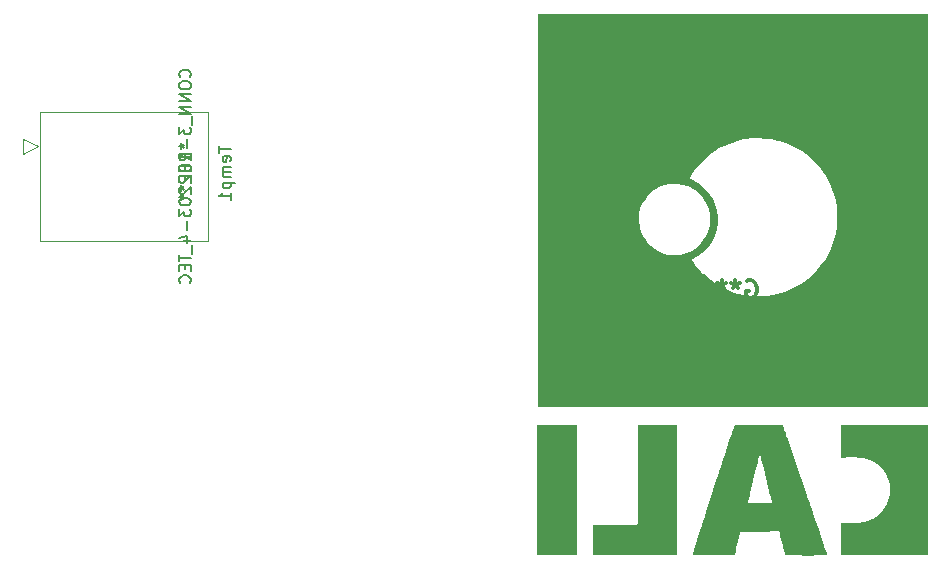
<source format=gbr>
%TF.GenerationSoftware,KiCad,Pcbnew,(6.0.8-1)-1*%
%TF.CreationDate,2022-11-01T09:45:04-04:00*%
%TF.ProjectId,Untitled,556e7469-746c-4656-942e-6b696361645f,rev?*%
%TF.SameCoordinates,Original*%
%TF.FileFunction,Legend,Bot*%
%TF.FilePolarity,Positive*%
%FSLAX46Y46*%
G04 Gerber Fmt 4.6, Leading zero omitted, Abs format (unit mm)*
G04 Created by KiCad (PCBNEW (6.0.8-1)-1) date 2022-11-01 09:45:04*
%MOMM*%
%LPD*%
G01*
G04 APERTURE LIST*
%ADD10C,0.150000*%
%ADD11C,0.300000*%
%ADD12C,0.120000*%
G04 APERTURE END LIST*
D10*
X62052380Y-45204761D02*
X62052380Y-45776189D01*
X63052380Y-45490475D02*
X62052380Y-45490475D01*
X63004761Y-46490475D02*
X63052380Y-46395237D01*
X63052380Y-46204761D01*
X63004761Y-46109523D01*
X62909523Y-46061904D01*
X62528571Y-46061904D01*
X62433333Y-46109523D01*
X62385714Y-46204761D01*
X62385714Y-46395237D01*
X62433333Y-46490475D01*
X62528571Y-46538094D01*
X62623809Y-46538094D01*
X62719047Y-46061904D01*
X63052380Y-46966665D02*
X62385714Y-46966665D01*
X62480952Y-46966665D02*
X62433333Y-47014285D01*
X62385714Y-47109523D01*
X62385714Y-47252380D01*
X62433333Y-47347618D01*
X62528571Y-47395237D01*
X63052380Y-47395237D01*
X62528571Y-47395237D02*
X62433333Y-47442856D01*
X62385714Y-47538094D01*
X62385714Y-47680951D01*
X62433333Y-47776189D01*
X62528571Y-47823808D01*
X63052380Y-47823808D01*
X62385714Y-48299999D02*
X63385714Y-48299999D01*
X62433333Y-48299999D02*
X62385714Y-48395237D01*
X62385714Y-48585713D01*
X62433333Y-48680951D01*
X62480952Y-48728570D01*
X62576190Y-48776189D01*
X62861904Y-48776189D01*
X62957142Y-48728570D01*
X63004761Y-48680951D01*
X63052380Y-48585713D01*
X63052380Y-48395237D01*
X63004761Y-48299999D01*
X63052380Y-49728570D02*
X63052380Y-49157142D01*
X63052380Y-49442856D02*
X62052380Y-49442856D01*
X62195238Y-49347618D01*
X62290476Y-49252380D01*
X62338095Y-49157142D01*
D11*
%TO.C,G\u002A\u002A\u002A*%
X106742571Y-56638000D02*
X106887714Y-56565428D01*
X107105428Y-56565428D01*
X107323142Y-56638000D01*
X107468285Y-56783142D01*
X107540857Y-56928285D01*
X107613428Y-57218571D01*
X107613428Y-57436285D01*
X107540857Y-57726571D01*
X107468285Y-57871714D01*
X107323142Y-58016857D01*
X107105428Y-58089428D01*
X106960285Y-58089428D01*
X106742571Y-58016857D01*
X106670000Y-57944285D01*
X106670000Y-57436285D01*
X106960285Y-57436285D01*
X105799142Y-56565428D02*
X105799142Y-56928285D01*
X106162000Y-56783142D02*
X105799142Y-56928285D01*
X105436285Y-56783142D01*
X106016857Y-57218571D02*
X105799142Y-56928285D01*
X105581428Y-57218571D01*
X104638000Y-56565428D02*
X104638000Y-56928285D01*
X105000857Y-56783142D02*
X104638000Y-56928285D01*
X104275142Y-56783142D01*
X104855714Y-57218571D02*
X104638000Y-56928285D01*
X104420285Y-57218571D01*
X103476857Y-56565428D02*
X103476857Y-56928285D01*
X103839714Y-56783142D02*
X103476857Y-56928285D01*
X103114000Y-56783142D01*
X103694571Y-57218571D02*
X103476857Y-56928285D01*
X103259142Y-57218571D01*
D10*
%TO.C,REF\u002A\u002A*%
X59702480Y-46419166D02*
X59226290Y-46085833D01*
X59702480Y-45847738D02*
X58702480Y-45847738D01*
X58702480Y-46228690D01*
X58750100Y-46323928D01*
X58797719Y-46371547D01*
X58892957Y-46419166D01*
X59035814Y-46419166D01*
X59131052Y-46371547D01*
X59178671Y-46323928D01*
X59226290Y-46228690D01*
X59226290Y-45847738D01*
X59178671Y-46847738D02*
X59178671Y-47181071D01*
X59702480Y-47323928D02*
X59702480Y-46847738D01*
X58702480Y-46847738D01*
X58702480Y-47323928D01*
X59178671Y-48085833D02*
X59178671Y-47752500D01*
X59702480Y-47752500D02*
X58702480Y-47752500D01*
X58702480Y-48228690D01*
X58702480Y-48752500D02*
X58940576Y-48752500D01*
X58845338Y-48514404D02*
X58940576Y-48752500D01*
X58845338Y-48990595D01*
X59131052Y-48609642D02*
X58940576Y-48752500D01*
X59131052Y-48895357D01*
X58702480Y-49514404D02*
X58940576Y-49514404D01*
X58845338Y-49276309D02*
X58940576Y-49514404D01*
X58845338Y-49752500D01*
X59131052Y-49371547D02*
X58940576Y-49514404D01*
X59131052Y-49657261D01*
X59607242Y-39347738D02*
X59654861Y-39300119D01*
X59702480Y-39157261D01*
X59702480Y-39062023D01*
X59654861Y-38919166D01*
X59559623Y-38823928D01*
X59464385Y-38776309D01*
X59273909Y-38728690D01*
X59131052Y-38728690D01*
X58940576Y-38776309D01*
X58845338Y-38823928D01*
X58750100Y-38919166D01*
X58702480Y-39062023D01*
X58702480Y-39157261D01*
X58750100Y-39300119D01*
X58797719Y-39347738D01*
X58702480Y-39966785D02*
X58702480Y-40157261D01*
X58750100Y-40252500D01*
X58845338Y-40347738D01*
X59035814Y-40395357D01*
X59369147Y-40395357D01*
X59559623Y-40347738D01*
X59654861Y-40252500D01*
X59702480Y-40157261D01*
X59702480Y-39966785D01*
X59654861Y-39871547D01*
X59559623Y-39776309D01*
X59369147Y-39728690D01*
X59035814Y-39728690D01*
X58845338Y-39776309D01*
X58750100Y-39871547D01*
X58702480Y-39966785D01*
X59702480Y-40823928D02*
X58702480Y-40823928D01*
X59702480Y-41395357D01*
X58702480Y-41395357D01*
X59702480Y-41871547D02*
X58702480Y-41871547D01*
X59702480Y-42442976D01*
X58702480Y-42442976D01*
X59797719Y-42681071D02*
X59797719Y-43442976D01*
X58702480Y-43585833D02*
X58702480Y-44204880D01*
X59083433Y-43871547D01*
X59083433Y-44014404D01*
X59131052Y-44109642D01*
X59178671Y-44157261D01*
X59273909Y-44204880D01*
X59512004Y-44204880D01*
X59607242Y-44157261D01*
X59654861Y-44109642D01*
X59702480Y-44014404D01*
X59702480Y-43728690D01*
X59654861Y-43633452D01*
X59607242Y-43585833D01*
X59321528Y-44633452D02*
X59321528Y-45395357D01*
X59702480Y-46395357D02*
X59702480Y-45823928D01*
X59702480Y-46109642D02*
X58702480Y-46109642D01*
X58845338Y-46014404D01*
X58940576Y-45919166D01*
X58988195Y-45823928D01*
X58702480Y-47014404D02*
X58702480Y-47109642D01*
X58750100Y-47204880D01*
X58797719Y-47252500D01*
X58892957Y-47300119D01*
X59083433Y-47347738D01*
X59321528Y-47347738D01*
X59512004Y-47300119D01*
X59607242Y-47252500D01*
X59654861Y-47204880D01*
X59702480Y-47109642D01*
X59702480Y-47014404D01*
X59654861Y-46919166D01*
X59607242Y-46871547D01*
X59512004Y-46823928D01*
X59321528Y-46776309D01*
X59083433Y-46776309D01*
X58892957Y-46823928D01*
X58797719Y-46871547D01*
X58750100Y-46919166D01*
X58702480Y-47014404D01*
X58797719Y-47728690D02*
X58750100Y-47776309D01*
X58702480Y-47871547D01*
X58702480Y-48109642D01*
X58750100Y-48204880D01*
X58797719Y-48252500D01*
X58892957Y-48300119D01*
X58988195Y-48300119D01*
X59131052Y-48252500D01*
X59702480Y-47681071D01*
X59702480Y-48300119D01*
X58797719Y-48681071D02*
X58750100Y-48728690D01*
X58702480Y-48823928D01*
X58702480Y-49062023D01*
X58750100Y-49157261D01*
X58797719Y-49204880D01*
X58892957Y-49252499D01*
X58988195Y-49252499D01*
X59131052Y-49204880D01*
X59702480Y-48633452D01*
X59702480Y-49252499D01*
X58702480Y-49871547D02*
X58702480Y-49966785D01*
X58750100Y-50062023D01*
X58797719Y-50109642D01*
X58892957Y-50157261D01*
X59083433Y-50204880D01*
X59321528Y-50204880D01*
X59512004Y-50157261D01*
X59607242Y-50109642D01*
X59654861Y-50062023D01*
X59702480Y-49966785D01*
X59702480Y-49871547D01*
X59654861Y-49776309D01*
X59607242Y-49728690D01*
X59512004Y-49681071D01*
X59321528Y-49633452D01*
X59083433Y-49633452D01*
X58892957Y-49681071D01*
X58797719Y-49728690D01*
X58750100Y-49776309D01*
X58702480Y-49871547D01*
X58702480Y-50538214D02*
X58702480Y-51157261D01*
X59083433Y-50823928D01*
X59083433Y-50966785D01*
X59131052Y-51062023D01*
X59178671Y-51109642D01*
X59273909Y-51157261D01*
X59512004Y-51157261D01*
X59607242Y-51109642D01*
X59654861Y-51062023D01*
X59702480Y-50966785D01*
X59702480Y-50681071D01*
X59654861Y-50585833D01*
X59607242Y-50538214D01*
X59321528Y-51585833D02*
X59321528Y-52347738D01*
X59035814Y-53252499D02*
X59702480Y-53252499D01*
X58654861Y-53014404D02*
X59369147Y-52776309D01*
X59369147Y-53395357D01*
X59797719Y-53538214D02*
X59797719Y-54300119D01*
X58702480Y-54395357D02*
X58702480Y-54966785D01*
X59702480Y-54681071D02*
X58702480Y-54681071D01*
X59178671Y-55300119D02*
X59178671Y-55633452D01*
X59702480Y-55776309D02*
X59702480Y-55300119D01*
X58702480Y-55300119D01*
X58702480Y-55776309D01*
X59607242Y-56776309D02*
X59654861Y-56728690D01*
X59702480Y-56585833D01*
X59702480Y-56490595D01*
X59654861Y-56347738D01*
X59559623Y-56252499D01*
X59464385Y-56204880D01*
X59273909Y-56157261D01*
X59131052Y-56157261D01*
X58940576Y-56204880D01*
X58845338Y-56252499D01*
X58750100Y-56347738D01*
X58702480Y-56490595D01*
X58702480Y-56585833D01*
X58750100Y-56728690D01*
X58797719Y-56776309D01*
X58702480Y-45212500D02*
X58940576Y-45212500D01*
X58845338Y-44974404D02*
X58940576Y-45212500D01*
X58845338Y-45450595D01*
X59131052Y-45069642D02*
X58940576Y-45212500D01*
X59131052Y-45355357D01*
%TO.C,G\u002A\u002A\u002A*%
G36*
X112262512Y-75963423D02*
G01*
X112371439Y-76280115D01*
X112463854Y-76548701D01*
X112533979Y-76752381D01*
X112643606Y-77070728D01*
X112779298Y-77464994D01*
X112921513Y-77878415D01*
X113063317Y-78290824D01*
X113197777Y-78682054D01*
X113317957Y-79031937D01*
X113416924Y-79320307D01*
X113461876Y-79454070D01*
X113514758Y-79619849D01*
X113550901Y-79743868D01*
X113564286Y-79806276D01*
X113552825Y-79814150D01*
X113470850Y-79827771D01*
X113319279Y-79839424D01*
X113109143Y-79849103D01*
X112851473Y-79856800D01*
X112557298Y-79862508D01*
X112237648Y-79866219D01*
X111903555Y-79867926D01*
X111566049Y-79867623D01*
X111236160Y-79865302D01*
X110924918Y-79860955D01*
X110643354Y-79854576D01*
X110402497Y-79846156D01*
X110213380Y-79835690D01*
X110087031Y-79823170D01*
X110034481Y-79808588D01*
X110033988Y-79807910D01*
X110009972Y-79747938D01*
X109969240Y-79618671D01*
X109915857Y-79434145D01*
X109853888Y-79208390D01*
X109787396Y-78955442D01*
X109722256Y-78703123D01*
X109658613Y-78458125D01*
X109603428Y-78247214D01*
X109561028Y-78086926D01*
X109535739Y-77993796D01*
X109489763Y-77831299D01*
X107847164Y-77842605D01*
X106204564Y-77853911D01*
X106060757Y-78458673D01*
X106056089Y-78478290D01*
X105993336Y-78740361D01*
X105928021Y-79010523D01*
X105867602Y-79258049D01*
X105819540Y-79452211D01*
X105722131Y-79840986D01*
X103976222Y-79852283D01*
X103959957Y-79852386D01*
X103542800Y-79854039D01*
X103168281Y-79853580D01*
X102843691Y-79851127D01*
X102576321Y-79846796D01*
X102373462Y-79840704D01*
X102242405Y-79832968D01*
X102190440Y-79823704D01*
X102189481Y-79822650D01*
X102183042Y-79758030D01*
X102207415Y-79627738D01*
X102260122Y-79445231D01*
X102302098Y-79315539D01*
X102369223Y-79108212D01*
X102450456Y-78857359D01*
X102539126Y-78583582D01*
X102628560Y-78307483D01*
X102632798Y-78294398D01*
X102716841Y-78034699D01*
X102820598Y-77713714D01*
X102937684Y-77351218D01*
X103061714Y-76966986D01*
X103186302Y-76580794D01*
X103305063Y-76212415D01*
X103308856Y-76200645D01*
X103429030Y-75828059D01*
X103555828Y-75435478D01*
X103565727Y-75404868D01*
X106841669Y-75404868D01*
X106856390Y-75423672D01*
X106898186Y-75437244D01*
X106976945Y-75446436D01*
X107102553Y-75452101D01*
X107284896Y-75455092D01*
X107533861Y-75456262D01*
X107859334Y-75456462D01*
X107962326Y-75456389D01*
X108281932Y-75454794D01*
X108525399Y-75450798D01*
X108700746Y-75443983D01*
X108815988Y-75433934D01*
X108879143Y-75420234D01*
X108898228Y-75402466D01*
X108888210Y-75345079D01*
X108859999Y-75221342D01*
X108818033Y-75050679D01*
X108766755Y-74851700D01*
X108755953Y-74810614D01*
X108660976Y-74446682D01*
X108562277Y-74064162D01*
X108462399Y-73673274D01*
X108363884Y-73284241D01*
X108269274Y-72907284D01*
X108181112Y-72552622D01*
X108101940Y-72230479D01*
X108034300Y-71951076D01*
X107980734Y-71724633D01*
X107943786Y-71561371D01*
X107925997Y-71471513D01*
X107913708Y-71403050D01*
X107885671Y-71304892D01*
X107858163Y-71266326D01*
X107850890Y-71266941D01*
X107831549Y-71280525D01*
X107813518Y-71322747D01*
X107793163Y-71407793D01*
X107766853Y-71549848D01*
X107730954Y-71763095D01*
X107715332Y-71843294D01*
X107679157Y-72008359D01*
X107627055Y-72235314D01*
X107561978Y-72512106D01*
X107486881Y-72826680D01*
X107404716Y-73166983D01*
X107318437Y-73520960D01*
X107230998Y-73876560D01*
X107145352Y-74221727D01*
X107064453Y-74544408D01*
X106991253Y-74832549D01*
X106928706Y-75074097D01*
X106879766Y-75256997D01*
X106847386Y-75369197D01*
X106844138Y-75379980D01*
X106841669Y-75404868D01*
X103565727Y-75404868D01*
X103682633Y-75043348D01*
X103802828Y-74672118D01*
X103909799Y-74342236D01*
X103996927Y-74074149D01*
X104073890Y-73837542D01*
X104185214Y-73494736D01*
X104298813Y-73144391D01*
X104404996Y-72816397D01*
X104494073Y-72540646D01*
X104559653Y-72337534D01*
X104662553Y-72019417D01*
X104775189Y-71671715D01*
X104887873Y-71324324D01*
X104990920Y-71007143D01*
X105071416Y-70759387D01*
X105178868Y-70428087D01*
X105286510Y-70095657D01*
X105385356Y-69789854D01*
X105466419Y-69538435D01*
X105502252Y-69429474D01*
X105576353Y-69218254D01*
X105644327Y-69042015D01*
X105699857Y-68916657D01*
X105736631Y-68858078D01*
X105750022Y-68851221D01*
X105806660Y-68838872D01*
X105907527Y-68828686D01*
X106058646Y-68820505D01*
X106266040Y-68814168D01*
X106535732Y-68809516D01*
X106873743Y-68806391D01*
X107286098Y-68804632D01*
X107778818Y-68804081D01*
X108098263Y-68804285D01*
X108535416Y-68805509D01*
X108896085Y-68807979D01*
X109186337Y-68811858D01*
X109412233Y-68817309D01*
X109579838Y-68824494D01*
X109695215Y-68833575D01*
X109764427Y-68844716D01*
X109793538Y-68858078D01*
X109794759Y-68859640D01*
X109800715Y-68866201D01*
X109805905Y-68871579D01*
X109811705Y-68879718D01*
X109819489Y-68894567D01*
X109830630Y-68920072D01*
X109846504Y-68960180D01*
X109868484Y-69018838D01*
X109897946Y-69099992D01*
X109936262Y-69207590D01*
X109984808Y-69345578D01*
X110044958Y-69517903D01*
X110118085Y-69728511D01*
X110205565Y-69981350D01*
X110308772Y-70280367D01*
X110429079Y-70629508D01*
X110567862Y-71032720D01*
X110726494Y-71493949D01*
X110906350Y-72017143D01*
X111108804Y-72606249D01*
X111335231Y-73265213D01*
X111587004Y-73997982D01*
X111865498Y-74808503D01*
X111894440Y-74892727D01*
X112018235Y-75252928D01*
X112069642Y-75402466D01*
X112142851Y-75615427D01*
X112262512Y-75963423D01*
G37*
G36*
X100821089Y-79863090D02*
G01*
X97289711Y-79852038D01*
X93758334Y-79840986D01*
X93746892Y-78555867D01*
X93735449Y-77270748D01*
X95584936Y-77270748D01*
X96023625Y-77270215D01*
X96432349Y-77268290D01*
X96765239Y-77264816D01*
X97027839Y-77259641D01*
X97225697Y-77252614D01*
X97364355Y-77243585D01*
X97449361Y-77232401D01*
X97486259Y-77218911D01*
X97489242Y-77213984D01*
X97498025Y-77172090D01*
X97505789Y-77087234D01*
X97512583Y-76955469D01*
X97518456Y-76772847D01*
X97523456Y-76535418D01*
X97527632Y-76239234D01*
X97531031Y-75880347D01*
X97533704Y-75454809D01*
X97535698Y-74958672D01*
X97537063Y-74387986D01*
X97537845Y-73738804D01*
X97538096Y-73007177D01*
X97538096Y-68847279D01*
X100821089Y-68847279D01*
X100821089Y-79863090D01*
G37*
G36*
X92354422Y-79862585D02*
G01*
X89028232Y-79862585D01*
X89028232Y-68847279D01*
X92354422Y-68847279D01*
X92354422Y-79862585D01*
G37*
G36*
X122074150Y-79819387D02*
G01*
X114730613Y-79819387D01*
X114730613Y-77097959D01*
X115562160Y-77097209D01*
X115926155Y-77093758D01*
X116246601Y-77081493D01*
X116512832Y-77057611D01*
X116741350Y-77019299D01*
X116948657Y-76963741D01*
X117151255Y-76888124D01*
X117365647Y-76789634D01*
X117452785Y-76745443D01*
X117662943Y-76621232D01*
X117854300Y-76474716D01*
X118060492Y-76281288D01*
X118064648Y-76277124D01*
X118298621Y-76025035D01*
X118476354Y-75788158D01*
X118616017Y-75538716D01*
X118735780Y-75248931D01*
X118744268Y-75225190D01*
X118859842Y-74771092D01*
X118894738Y-74307486D01*
X118851843Y-73845587D01*
X118734049Y-73396607D01*
X118544244Y-72971759D01*
X118285319Y-72582255D01*
X117960162Y-72239308D01*
X117951424Y-72231663D01*
X117748167Y-72081450D01*
X117491437Y-71929309D01*
X117210802Y-71789987D01*
X116935830Y-71678234D01*
X116696089Y-71608797D01*
X116675304Y-71604876D01*
X116503160Y-71584862D01*
X116256932Y-71571122D01*
X115947003Y-71564072D01*
X115583759Y-71564129D01*
X114730613Y-71572406D01*
X114730613Y-68804081D01*
X122074150Y-68804081D01*
X122074150Y-79819387D01*
G37*
G36*
X89071429Y-67292177D02*
G01*
X89071429Y-51176192D01*
X97634231Y-51176192D01*
X97637399Y-51546768D01*
X97638547Y-51572475D01*
X97687319Y-52040843D01*
X97791177Y-52454674D01*
X97957489Y-52830837D01*
X98193623Y-53186203D01*
X98506947Y-53537642D01*
X98635024Y-53660650D01*
X98994672Y-53948130D01*
X99372123Y-54162932D01*
X99783808Y-54315062D01*
X100163846Y-54398480D01*
X100668554Y-54436212D01*
X101169122Y-54393554D01*
X101650946Y-54270851D01*
X101974448Y-54134939D01*
X102393337Y-53882717D01*
X102767956Y-53565532D01*
X103086551Y-53193788D01*
X103337369Y-52777891D01*
X103477082Y-52447893D01*
X103609258Y-51969526D01*
X103666281Y-51484490D01*
X103646838Y-51006591D01*
X103549612Y-50549636D01*
X103533602Y-50499459D01*
X103342810Y-50048494D01*
X103082605Y-49631614D01*
X102762966Y-49260600D01*
X102393875Y-48947231D01*
X101985312Y-48703286D01*
X101758899Y-48602020D01*
X101325458Y-48458850D01*
X100894409Y-48388401D01*
X100444540Y-48386310D01*
X100259284Y-48404064D01*
X99766633Y-48508055D01*
X99305339Y-48688877D01*
X98883024Y-48941409D01*
X98507312Y-49260531D01*
X98185825Y-49641122D01*
X97926186Y-50078061D01*
X97837699Y-50270157D01*
X97728708Y-50566743D01*
X97662776Y-50859135D01*
X97634231Y-51176192D01*
X89071429Y-51176192D01*
X89071429Y-47930922D01*
X101899459Y-47930922D01*
X102187219Y-48065581D01*
X102241060Y-48091446D01*
X102648553Y-48329090D01*
X103037937Y-48626129D01*
X103386455Y-48963306D01*
X103671350Y-49321367D01*
X103860360Y-49630929D01*
X104090018Y-50136636D01*
X104240503Y-50663321D01*
X104311549Y-51202384D01*
X104307046Y-51484490D01*
X104302885Y-51745224D01*
X104214243Y-52283239D01*
X104045355Y-52807829D01*
X103795952Y-53310394D01*
X103604970Y-53591059D01*
X103323126Y-53919175D01*
X103001185Y-54223732D01*
X102660443Y-54484897D01*
X102322194Y-54682841D01*
X102244698Y-54724267D01*
X102152830Y-54787768D01*
X102117007Y-54834629D01*
X102121546Y-54856128D01*
X102170102Y-54948923D01*
X102263582Y-55086557D01*
X102391691Y-55256139D01*
X102544132Y-55444775D01*
X102710611Y-55639574D01*
X102880831Y-55827642D01*
X103044499Y-55996088D01*
X103120247Y-56069399D01*
X103695391Y-56558298D01*
X104320557Y-56978675D01*
X104989359Y-57327138D01*
X105695405Y-57600296D01*
X106432309Y-57794757D01*
X106508235Y-57808848D01*
X106764639Y-57843242D01*
X107073304Y-57870687D01*
X107411259Y-57890341D01*
X107755535Y-57901360D01*
X108083164Y-57902903D01*
X108371175Y-57894126D01*
X108596599Y-57874185D01*
X109293349Y-57741640D01*
X110017423Y-57522451D01*
X110704867Y-57228000D01*
X111350978Y-56861725D01*
X111951053Y-56427063D01*
X112500388Y-55927451D01*
X112994281Y-55366327D01*
X113428029Y-54747129D01*
X113796928Y-54073293D01*
X113807246Y-54051620D01*
X114082338Y-53372111D01*
X114278708Y-52666914D01*
X114396345Y-51944764D01*
X114435240Y-51214392D01*
X114395384Y-50484531D01*
X114276766Y-49763915D01*
X114079377Y-49061275D01*
X113803208Y-48385345D01*
X113458817Y-47745579D01*
X113031152Y-47117331D01*
X112544850Y-46552499D01*
X111999985Y-46051160D01*
X111396631Y-45613391D01*
X110734864Y-45239268D01*
X110605780Y-45176235D01*
X110217488Y-45000935D01*
X109852346Y-44862465D01*
X109475717Y-44748630D01*
X109052963Y-44647240D01*
X108948526Y-44627128D01*
X108642198Y-44586918D01*
X108283238Y-44559853D01*
X107894621Y-44546107D01*
X107499324Y-44545855D01*
X107120320Y-44559273D01*
X106780587Y-44586535D01*
X106503098Y-44627817D01*
X106426818Y-44643755D01*
X105743354Y-44828841D01*
X105071285Y-45084308D01*
X104431775Y-45401059D01*
X103845984Y-45769996D01*
X103492869Y-46044545D01*
X103066749Y-46434936D01*
X102660954Y-46868218D01*
X102296308Y-47321870D01*
X101993634Y-47773369D01*
X101899459Y-47930922D01*
X89071429Y-47930922D01*
X89071429Y-34030272D01*
X122074150Y-34030272D01*
X122074150Y-67292177D01*
X89071429Y-67292177D01*
G37*
D12*
%TO.C,REF\u002A\u002A*%
X45508700Y-44577500D02*
X45508700Y-45847500D01*
X61104300Y-53213500D02*
X46905700Y-53213500D01*
X46778700Y-45212500D02*
X45508700Y-44577500D01*
X46905700Y-42291500D02*
X61104300Y-42291500D01*
X45508700Y-45847500D02*
X46778700Y-45212500D01*
X46905700Y-53213500D02*
X46905700Y-42291500D01*
X61104300Y-42291500D02*
X61104300Y-53213500D01*
%TD*%
M02*

</source>
